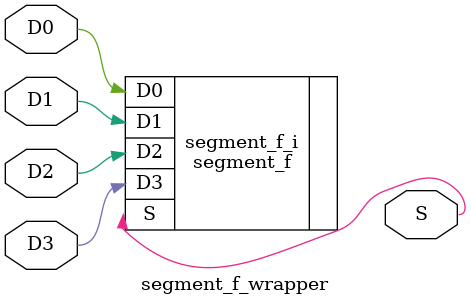
<source format=v>
`timescale 1 ps / 1 ps

module segment_f_wrapper
   (D0,
    D1,
    D2,
    D3,
    S);
  input D0;
  input D1;
  input D2;
  input D3;
  output S;

  wire D0;
  wire D1;
  wire D2;
  wire D3;
  wire S;

  segment_f segment_f_i
       (.D0(D0),
        .D1(D1),
        .D2(D2),
        .D3(D3),
        .S(S));
endmodule

</source>
